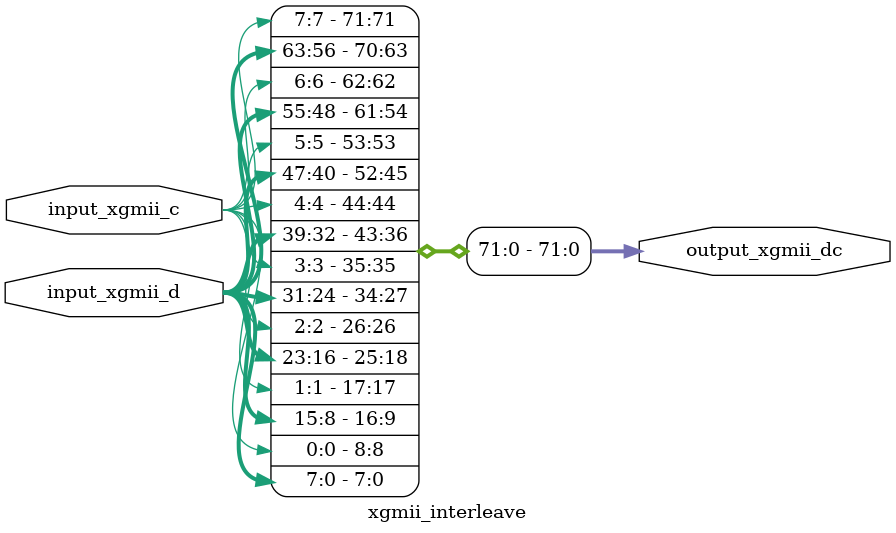
<source format=v>

/*

Copyright (c) 2016-2018 Alex Forencich

Permission is hereby granted, free of charge, to any person obtaining a copy
of this software and associated documentation files (the "Software"), to deal
in the Software without restriction, including without limitation the rights
to use, copy, modify, merge, publish, distribute, sublicense, and/or sell
copies of the Software, and to permit persons to whom the Software is
furnished to do so, subject to the following conditions:

The above copyright notice and this permission notice shall be included in
all copies or substantial portions of the Software.

THE SOFTWARE IS PROVIDED "AS IS", WITHOUT WARRANTY OF ANY KIND, EXPRESS OR
IMPLIED, INCLUDING BUT NOT LIMITED TO THE WARRANTIES OF MERCHANTABILITY
FITNESS FOR A PARTICULAR PURPOSE AND NONINFRINGEMENT. IN NO EVENT SHALL THE
AUTHORS OR COPYRIGHT HOLDERS BE LIABLE FOR ANY CLAIM, DAMAGES OR OTHER
LIABILITY, WHETHER IN AN ACTION OF CONTRACT, TORT OR OTHERWISE, ARISING FROM,
OUT OF OR IN CONNECTION WITH THE SOFTWARE OR THE USE OR OTHER DEALINGS IN
THE SOFTWARE.

*/

// Language: Verilog 2001

`timescale 1ns / 1ps

/*
 * XGMII control/data interleave
 */
module xgmii_interleave
(
    input  wire [63:0] input_xgmii_d,
    input  wire [7:0]  input_xgmii_c,

    output wire [72:0] output_xgmii_dc
);

assign output_xgmii_dc[7:0] = input_xgmii_d[7:0];
assign output_xgmii_dc[8] = input_xgmii_c[0];
assign output_xgmii_dc[16:9] = input_xgmii_d[15:8];
assign output_xgmii_dc[17] = input_xgmii_c[1];
assign output_xgmii_dc[25:18] = input_xgmii_d[23:16];
assign output_xgmii_dc[26] = input_xgmii_c[2];
assign output_xgmii_dc[34:27] = input_xgmii_d[31:24];
assign output_xgmii_dc[35] = input_xgmii_c[3];
assign output_xgmii_dc[43:36] = input_xgmii_d[39:32];
assign output_xgmii_dc[44] = input_xgmii_c[4];
assign output_xgmii_dc[52:45] = input_xgmii_d[47:40];
assign output_xgmii_dc[53] = input_xgmii_c[5];
assign output_xgmii_dc[61:54] = input_xgmii_d[55:48];
assign output_xgmii_dc[62] = input_xgmii_c[6];
assign output_xgmii_dc[70:63] = input_xgmii_d[63:56];
assign output_xgmii_dc[71] = input_xgmii_c[7];

endmodule

</source>
